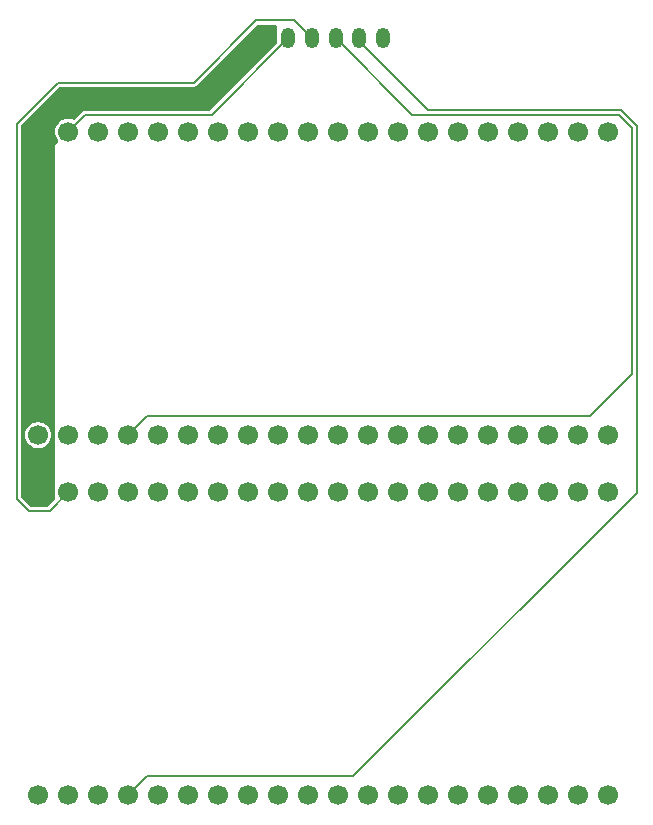
<source format=gbr>
%TF.GenerationSoftware,KiCad,Pcbnew,8.0.5*%
%TF.CreationDate,2025-04-28T01:26:05-04:00*%
%TF.ProjectId,CanSat_Camera_Board,43616e53-6174-45f4-9361-6d6572615f42,rev?*%
%TF.SameCoordinates,Original*%
%TF.FileFunction,Copper,L1,Top*%
%TF.FilePolarity,Positive*%
%FSLAX46Y46*%
G04 Gerber Fmt 4.6, Leading zero omitted, Abs format (unit mm)*
G04 Created by KiCad (PCBNEW 8.0.5) date 2025-04-28 01:26:05*
%MOMM*%
%LPD*%
G01*
G04 APERTURE LIST*
G04 Aperture macros list*
%AMRoundRect*
0 Rectangle with rounded corners*
0 $1 Rounding radius*
0 $2 $3 $4 $5 $6 $7 $8 $9 X,Y pos of 4 corners*
0 Add a 4 corners polygon primitive as box body*
4,1,4,$2,$3,$4,$5,$6,$7,$8,$9,$2,$3,0*
0 Add four circle primitives for the rounded corners*
1,1,$1+$1,$2,$3*
1,1,$1+$1,$4,$5*
1,1,$1+$1,$6,$7*
1,1,$1+$1,$8,$9*
0 Add four rect primitives between the rounded corners*
20,1,$1+$1,$2,$3,$4,$5,0*
20,1,$1+$1,$4,$5,$6,$7,0*
20,1,$1+$1,$6,$7,$8,$9,0*
20,1,$1+$1,$8,$9,$2,$3,0*%
G04 Aperture macros list end*
%TA.AperFunction,ComponentPad*%
%ADD10C,1.700000*%
%TD*%
%TA.AperFunction,ComponentPad*%
%ADD11RoundRect,0.250000X-0.350000X-0.625000X0.350000X-0.625000X0.350000X0.625000X-0.350000X0.625000X0*%
%TD*%
%TA.AperFunction,ComponentPad*%
%ADD12O,1.200000X1.750000*%
%TD*%
%TA.AperFunction,Conductor*%
%ADD13C,0.200000*%
%TD*%
G04 APERTURE END LIST*
D10*
%TO.P,Freenove_ESP32-S3-WROOM_CAM_Board_U2,J2-1,3V3*%
%TO.N,unconnected-(Freenove_ESP32-S3-WROOM_CAM_Board_U2-3V3-PadJ2-1)*%
X174100000Y-103400000D03*
%TO.P,Freenove_ESP32-S3-WROOM_CAM_Board_U2,J2-2,RST/EN*%
%TO.N,unconnected-(Freenove_ESP32-S3-WROOM_CAM_Board_U2-RST{slash}EN-PadJ2-2)*%
X171560000Y-103400000D03*
%TO.P,Freenove_ESP32-S3-WROOM_CAM_Board_U2,J2-3,GPIO4*%
%TO.N,unconnected-(Freenove_ESP32-S3-WROOM_CAM_Board_U2-GPIO4-PadJ2-3)*%
X169020000Y-103400000D03*
%TO.P,Freenove_ESP32-S3-WROOM_CAM_Board_U2,J2-4,GPIO5*%
%TO.N,unconnected-(Freenove_ESP32-S3-WROOM_CAM_Board_U2-GPIO5-PadJ2-4)*%
X166480000Y-103400000D03*
%TO.P,Freenove_ESP32-S3-WROOM_CAM_Board_U2,J2-5,GPIO6*%
%TO.N,unconnected-(Freenove_ESP32-S3-WROOM_CAM_Board_U2-GPIO6-PadJ2-5)*%
X163940000Y-103400000D03*
%TO.P,Freenove_ESP32-S3-WROOM_CAM_Board_U2,J2-6,GPIO7*%
%TO.N,unconnected-(Freenove_ESP32-S3-WROOM_CAM_Board_U2-GPIO7-PadJ2-6)*%
X161400000Y-103400000D03*
%TO.P,Freenove_ESP32-S3-WROOM_CAM_Board_U2,J2-7,GPIO15*%
%TO.N,unconnected-(Freenove_ESP32-S3-WROOM_CAM_Board_U2-GPIO15-PadJ2-7)*%
X158860000Y-103400000D03*
%TO.P,Freenove_ESP32-S3-WROOM_CAM_Board_U2,J2-8,GPIO16*%
%TO.N,unconnected-(Freenove_ESP32-S3-WROOM_CAM_Board_U2-GPIO16-PadJ2-8)*%
X156320000Y-103400000D03*
%TO.P,Freenove_ESP32-S3-WROOM_CAM_Board_U2,J2-9,GPIO17/TXD1*%
%TO.N,unconnected-(Freenove_ESP32-S3-WROOM_CAM_Board_U2-GPIO17{slash}TXD1-PadJ2-9)*%
X153780000Y-103400000D03*
%TO.P,Freenove_ESP32-S3-WROOM_CAM_Board_U2,J2-10,GPIO18/RXD1*%
%TO.N,unconnected-(Freenove_ESP32-S3-WROOM_CAM_Board_U2-GPIO18{slash}RXD1-PadJ2-10)*%
X151240000Y-103400000D03*
%TO.P,Freenove_ESP32-S3-WROOM_CAM_Board_U2,J2-11,GPIO8*%
%TO.N,unconnected-(Freenove_ESP32-S3-WROOM_CAM_Board_U2-GPIO8-PadJ2-11)*%
X148700000Y-103400000D03*
%TO.P,Freenove_ESP32-S3-WROOM_CAM_Board_U2,J2-12,GPIO3*%
%TO.N,unconnected-(Freenove_ESP32-S3-WROOM_CAM_Board_U2-GPIO3-PadJ2-12)*%
X146160000Y-103400000D03*
%TO.P,Freenove_ESP32-S3-WROOM_CAM_Board_U2,J2-13,GPIO46*%
%TO.N,unconnected-(Freenove_ESP32-S3-WROOM_CAM_Board_U2-GPIO46-PadJ2-13)*%
X143620000Y-103400000D03*
%TO.P,Freenove_ESP32-S3-WROOM_CAM_Board_U2,J2-14,GPIO9*%
%TO.N,unconnected-(Freenove_ESP32-S3-WROOM_CAM_Board_U2-GPIO9-PadJ2-14)*%
X141080000Y-103400000D03*
%TO.P,Freenove_ESP32-S3-WROOM_CAM_Board_U2,J2-15,GPIO10*%
%TO.N,unconnected-(Freenove_ESP32-S3-WROOM_CAM_Board_U2-GPIO10-PadJ2-15)*%
X138540000Y-103400000D03*
%TO.P,Freenove_ESP32-S3-WROOM_CAM_Board_U2,J2-16,GPIO11*%
%TO.N,unconnected-(Freenove_ESP32-S3-WROOM_CAM_Board_U2-GPIO11-PadJ2-16)*%
X136000000Y-103400000D03*
%TO.P,Freenove_ESP32-S3-WROOM_CAM_Board_U2,J2-17,GPIO12*%
%TO.N,unconnected-(Freenove_ESP32-S3-WROOM_CAM_Board_U2-GPIO12-PadJ2-17)*%
X133460000Y-103400000D03*
%TO.P,Freenove_ESP32-S3-WROOM_CAM_Board_U2,J2-18,GPIO13*%
%TO.N,unconnected-(Freenove_ESP32-S3-WROOM_CAM_Board_U2-GPIO13-PadJ2-18)*%
X130920000Y-103400000D03*
%TO.P,Freenove_ESP32-S3-WROOM_CAM_Board_U2,J2-19,GPIO14*%
%TO.N,SIGNAL2*%
X128380000Y-103400000D03*
%TO.P,Freenove_ESP32-S3-WROOM_CAM_Board_U2,J2-20,5V*%
%TO.N,VCC*%
X125840000Y-103400000D03*
%TO.P,Freenove_ESP32-S3-WROOM_CAM_Board_U2,J3-1,GPIO43/TXD0*%
%TO.N,unconnected-(Freenove_ESP32-S3-WROOM_CAM_Board_U2-GPIO43{slash}TXD0-PadJ3-1)*%
X174100000Y-129100000D03*
%TO.P,Freenove_ESP32-S3-WROOM_CAM_Board_U2,J3-2,GPIO44/RXD0*%
%TO.N,unconnected-(Freenove_ESP32-S3-WROOM_CAM_Board_U2-GPIO44{slash}RXD0-PadJ3-2)*%
X171560000Y-129100000D03*
%TO.P,Freenove_ESP32-S3-WROOM_CAM_Board_U2,J3-3,GPIO1*%
%TO.N,unconnected-(Freenove_ESP32-S3-WROOM_CAM_Board_U2-GPIO1-PadJ3-3)*%
X169020000Y-129100000D03*
%TO.P,Freenove_ESP32-S3-WROOM_CAM_Board_U2,J3-4,GPIO2*%
%TO.N,unconnected-(Freenove_ESP32-S3-WROOM_CAM_Board_U2-GPIO2-PadJ3-4)*%
X166480000Y-129100000D03*
%TO.P,Freenove_ESP32-S3-WROOM_CAM_Board_U2,J3-5,GPIO42*%
%TO.N,unconnected-(Freenove_ESP32-S3-WROOM_CAM_Board_U2-GPIO42-PadJ3-5)*%
X163940000Y-129100000D03*
%TO.P,Freenove_ESP32-S3-WROOM_CAM_Board_U2,J3-6,GPIO41*%
%TO.N,unconnected-(Freenove_ESP32-S3-WROOM_CAM_Board_U2-GPIO41-PadJ3-6)*%
X161400000Y-129100000D03*
%TO.P,Freenove_ESP32-S3-WROOM_CAM_Board_U2,J3-7,GPIO40*%
%TO.N,unconnected-(Freenove_ESP32-S3-WROOM_CAM_Board_U2-GPIO40-PadJ3-7)*%
X158860000Y-129100000D03*
%TO.P,Freenove_ESP32-S3-WROOM_CAM_Board_U2,J3-8,GPIO39*%
%TO.N,unconnected-(Freenove_ESP32-S3-WROOM_CAM_Board_U2-GPIO39-PadJ3-8)*%
X156320000Y-129100000D03*
%TO.P,Freenove_ESP32-S3-WROOM_CAM_Board_U2,J3-9,GPIO38*%
%TO.N,unconnected-(Freenove_ESP32-S3-WROOM_CAM_Board_U2-GPIO38-PadJ3-9)*%
X153780000Y-129100000D03*
%TO.P,Freenove_ESP32-S3-WROOM_CAM_Board_U2,J3-10,GPIO37*%
%TO.N,unconnected-(Freenove_ESP32-S3-WROOM_CAM_Board_U2-GPIO37-PadJ3-10)*%
X151240000Y-129100000D03*
%TO.P,Freenove_ESP32-S3-WROOM_CAM_Board_U2,J3-11,GPIO36*%
%TO.N,unconnected-(Freenove_ESP32-S3-WROOM_CAM_Board_U2-GPIO36-PadJ3-11)*%
X148700000Y-129100000D03*
%TO.P,Freenove_ESP32-S3-WROOM_CAM_Board_U2,J3-12,GPIO35*%
%TO.N,unconnected-(Freenove_ESP32-S3-WROOM_CAM_Board_U2-GPIO35-PadJ3-12)*%
X146160000Y-129100000D03*
%TO.P,Freenove_ESP32-S3-WROOM_CAM_Board_U2,J3-13,GPIO0*%
%TO.N,unconnected-(Freenove_ESP32-S3-WROOM_CAM_Board_U2-GPIO0-PadJ3-13)*%
X143620000Y-129100000D03*
%TO.P,Freenove_ESP32-S3-WROOM_CAM_Board_U2,J3-14,GPIO45*%
%TO.N,unconnected-(Freenove_ESP32-S3-WROOM_CAM_Board_U2-GPIO45-PadJ3-14)*%
X141080000Y-129100000D03*
%TO.P,Freenove_ESP32-S3-WROOM_CAM_Board_U2,J3-15,GPIO48*%
%TO.N,unconnected-(Freenove_ESP32-S3-WROOM_CAM_Board_U2-GPIO48-PadJ3-15)*%
X138540000Y-129100000D03*
%TO.P,Freenove_ESP32-S3-WROOM_CAM_Board_U2,J3-16,GPIO47*%
%TO.N,unconnected-(Freenove_ESP32-S3-WROOM_CAM_Board_U2-GPIO47-PadJ3-16)*%
X136000000Y-129100000D03*
%TO.P,Freenove_ESP32-S3-WROOM_CAM_Board_U2,J3-17,GPIO21*%
%TO.N,DATA2*%
X133460000Y-129100000D03*
%TO.P,Freenove_ESP32-S3-WROOM_CAM_Board_U2,J3-18,GPIO20*%
%TO.N,unconnected-(Freenove_ESP32-S3-WROOM_CAM_Board_U2-GPIO20-PadJ3-18)*%
X130920000Y-129100000D03*
%TO.P,Freenove_ESP32-S3-WROOM_CAM_Board_U2,J3-19,GPIO19*%
%TO.N,unconnected-(Freenove_ESP32-S3-WROOM_CAM_Board_U2-GPIO19-PadJ3-19)*%
X128380000Y-129100000D03*
%TO.P,Freenove_ESP32-S3-WROOM_CAM_Board_U2,J3-20,GND*%
%TO.N,GND*%
X125840000Y-129100000D03*
%TD*%
%TO.P,Freenove_ESP32-S3-WROOM_CAM_Board_U1,J2-1,3V3*%
%TO.N,unconnected-(Freenove_ESP32-S3-WROOM_CAM_Board_U1-3V3-PadJ2-1)*%
X174080000Y-72900000D03*
%TO.P,Freenove_ESP32-S3-WROOM_CAM_Board_U1,J2-2,RST/EN*%
%TO.N,unconnected-(Freenove_ESP32-S3-WROOM_CAM_Board_U1-RST{slash}EN-PadJ2-2)*%
X171540000Y-72900000D03*
%TO.P,Freenove_ESP32-S3-WROOM_CAM_Board_U1,J2-3,GPIO4*%
%TO.N,unconnected-(Freenove_ESP32-S3-WROOM_CAM_Board_U1-GPIO4-PadJ2-3)*%
X169000000Y-72900000D03*
%TO.P,Freenove_ESP32-S3-WROOM_CAM_Board_U1,J2-4,GPIO5*%
%TO.N,unconnected-(Freenove_ESP32-S3-WROOM_CAM_Board_U1-GPIO5-PadJ2-4)*%
X166460000Y-72900000D03*
%TO.P,Freenove_ESP32-S3-WROOM_CAM_Board_U1,J2-5,GPIO6*%
%TO.N,unconnected-(Freenove_ESP32-S3-WROOM_CAM_Board_U1-GPIO6-PadJ2-5)*%
X163920000Y-72900000D03*
%TO.P,Freenove_ESP32-S3-WROOM_CAM_Board_U1,J2-6,GPIO7*%
%TO.N,unconnected-(Freenove_ESP32-S3-WROOM_CAM_Board_U1-GPIO7-PadJ2-6)*%
X161380000Y-72900000D03*
%TO.P,Freenove_ESP32-S3-WROOM_CAM_Board_U1,J2-7,GPIO15*%
%TO.N,unconnected-(Freenove_ESP32-S3-WROOM_CAM_Board_U1-GPIO15-PadJ2-7)*%
X158840000Y-72900000D03*
%TO.P,Freenove_ESP32-S3-WROOM_CAM_Board_U1,J2-8,GPIO16*%
%TO.N,unconnected-(Freenove_ESP32-S3-WROOM_CAM_Board_U1-GPIO16-PadJ2-8)*%
X156300000Y-72900000D03*
%TO.P,Freenove_ESP32-S3-WROOM_CAM_Board_U1,J2-9,GPIO17/TXD1*%
%TO.N,unconnected-(Freenove_ESP32-S3-WROOM_CAM_Board_U1-GPIO17{slash}TXD1-PadJ2-9)*%
X153760000Y-72900000D03*
%TO.P,Freenove_ESP32-S3-WROOM_CAM_Board_U1,J2-10,GPIO18/RXD1*%
%TO.N,unconnected-(Freenove_ESP32-S3-WROOM_CAM_Board_U1-GPIO18{slash}RXD1-PadJ2-10)*%
X151220000Y-72900000D03*
%TO.P,Freenove_ESP32-S3-WROOM_CAM_Board_U1,J2-11,GPIO8*%
%TO.N,unconnected-(Freenove_ESP32-S3-WROOM_CAM_Board_U1-GPIO8-PadJ2-11)*%
X148680000Y-72900000D03*
%TO.P,Freenove_ESP32-S3-WROOM_CAM_Board_U1,J2-12,GPIO3*%
%TO.N,unconnected-(Freenove_ESP32-S3-WROOM_CAM_Board_U1-GPIO3-PadJ2-12)*%
X146140000Y-72900000D03*
%TO.P,Freenove_ESP32-S3-WROOM_CAM_Board_U1,J2-13,GPIO46*%
%TO.N,unconnected-(Freenove_ESP32-S3-WROOM_CAM_Board_U1-GPIO46-PadJ2-13)*%
X143600000Y-72900000D03*
%TO.P,Freenove_ESP32-S3-WROOM_CAM_Board_U1,J2-14,GPIO9*%
%TO.N,unconnected-(Freenove_ESP32-S3-WROOM_CAM_Board_U1-GPIO9-PadJ2-14)*%
X141060000Y-72900000D03*
%TO.P,Freenove_ESP32-S3-WROOM_CAM_Board_U1,J2-15,GPIO10*%
%TO.N,unconnected-(Freenove_ESP32-S3-WROOM_CAM_Board_U1-GPIO10-PadJ2-15)*%
X138520000Y-72900000D03*
%TO.P,Freenove_ESP32-S3-WROOM_CAM_Board_U1,J2-16,GPIO11*%
%TO.N,unconnected-(Freenove_ESP32-S3-WROOM_CAM_Board_U1-GPIO11-PadJ2-16)*%
X135980000Y-72900000D03*
%TO.P,Freenove_ESP32-S3-WROOM_CAM_Board_U1,J2-17,GPIO12*%
%TO.N,unconnected-(Freenove_ESP32-S3-WROOM_CAM_Board_U1-GPIO12-PadJ2-17)*%
X133440000Y-72900000D03*
%TO.P,Freenove_ESP32-S3-WROOM_CAM_Board_U1,J2-18,GPIO13*%
%TO.N,unconnected-(Freenove_ESP32-S3-WROOM_CAM_Board_U1-GPIO13-PadJ2-18)*%
X130900000Y-72900000D03*
%TO.P,Freenove_ESP32-S3-WROOM_CAM_Board_U1,J2-19,GPIO14*%
%TO.N,SIGNAL1*%
X128360000Y-72900000D03*
%TO.P,Freenove_ESP32-S3-WROOM_CAM_Board_U1,J2-20,5V*%
%TO.N,VCC*%
X125820000Y-72900000D03*
%TO.P,Freenove_ESP32-S3-WROOM_CAM_Board_U1,J3-1,GPIO43/TXD0*%
%TO.N,unconnected-(Freenove_ESP32-S3-WROOM_CAM_Board_U1-GPIO43{slash}TXD0-PadJ3-1)*%
X174080000Y-98600000D03*
%TO.P,Freenove_ESP32-S3-WROOM_CAM_Board_U1,J3-2,GPIO44/RXD0*%
%TO.N,unconnected-(Freenove_ESP32-S3-WROOM_CAM_Board_U1-GPIO44{slash}RXD0-PadJ3-2)*%
X171540000Y-98600000D03*
%TO.P,Freenove_ESP32-S3-WROOM_CAM_Board_U1,J3-3,GPIO1*%
%TO.N,unconnected-(Freenove_ESP32-S3-WROOM_CAM_Board_U1-GPIO1-PadJ3-3)*%
X169000000Y-98600000D03*
%TO.P,Freenove_ESP32-S3-WROOM_CAM_Board_U1,J3-4,GPIO2*%
%TO.N,unconnected-(Freenove_ESP32-S3-WROOM_CAM_Board_U1-GPIO2-PadJ3-4)*%
X166460000Y-98600000D03*
%TO.P,Freenove_ESP32-S3-WROOM_CAM_Board_U1,J3-5,GPIO42*%
%TO.N,unconnected-(Freenove_ESP32-S3-WROOM_CAM_Board_U1-GPIO42-PadJ3-5)*%
X163920000Y-98600000D03*
%TO.P,Freenove_ESP32-S3-WROOM_CAM_Board_U1,J3-6,GPIO41*%
%TO.N,unconnected-(Freenove_ESP32-S3-WROOM_CAM_Board_U1-GPIO41-PadJ3-6)*%
X161380000Y-98600000D03*
%TO.P,Freenove_ESP32-S3-WROOM_CAM_Board_U1,J3-7,GPIO40*%
%TO.N,unconnected-(Freenove_ESP32-S3-WROOM_CAM_Board_U1-GPIO40-PadJ3-7)*%
X158840000Y-98600000D03*
%TO.P,Freenove_ESP32-S3-WROOM_CAM_Board_U1,J3-8,GPIO39*%
%TO.N,unconnected-(Freenove_ESP32-S3-WROOM_CAM_Board_U1-GPIO39-PadJ3-8)*%
X156300000Y-98600000D03*
%TO.P,Freenove_ESP32-S3-WROOM_CAM_Board_U1,J3-9,GPIO38*%
%TO.N,unconnected-(Freenove_ESP32-S3-WROOM_CAM_Board_U1-GPIO38-PadJ3-9)*%
X153760000Y-98600000D03*
%TO.P,Freenove_ESP32-S3-WROOM_CAM_Board_U1,J3-10,GPIO37*%
%TO.N,unconnected-(Freenove_ESP32-S3-WROOM_CAM_Board_U1-GPIO37-PadJ3-10)*%
X151220000Y-98600000D03*
%TO.P,Freenove_ESP32-S3-WROOM_CAM_Board_U1,J3-11,GPIO36*%
%TO.N,unconnected-(Freenove_ESP32-S3-WROOM_CAM_Board_U1-GPIO36-PadJ3-11)*%
X148680000Y-98600000D03*
%TO.P,Freenove_ESP32-S3-WROOM_CAM_Board_U1,J3-12,GPIO35*%
%TO.N,unconnected-(Freenove_ESP32-S3-WROOM_CAM_Board_U1-GPIO35-PadJ3-12)*%
X146140000Y-98600000D03*
%TO.P,Freenove_ESP32-S3-WROOM_CAM_Board_U1,J3-13,GPIO0*%
%TO.N,unconnected-(Freenove_ESP32-S3-WROOM_CAM_Board_U1-GPIO0-PadJ3-13)*%
X143600000Y-98600000D03*
%TO.P,Freenove_ESP32-S3-WROOM_CAM_Board_U1,J3-14,GPIO45*%
%TO.N,unconnected-(Freenove_ESP32-S3-WROOM_CAM_Board_U1-GPIO45-PadJ3-14)*%
X141060000Y-98600000D03*
%TO.P,Freenove_ESP32-S3-WROOM_CAM_Board_U1,J3-15,GPIO48*%
%TO.N,unconnected-(Freenove_ESP32-S3-WROOM_CAM_Board_U1-GPIO48-PadJ3-15)*%
X138520000Y-98600000D03*
%TO.P,Freenove_ESP32-S3-WROOM_CAM_Board_U1,J3-16,GPIO47*%
%TO.N,unconnected-(Freenove_ESP32-S3-WROOM_CAM_Board_U1-GPIO47-PadJ3-16)*%
X135980000Y-98600000D03*
%TO.P,Freenove_ESP32-S3-WROOM_CAM_Board_U1,J3-17,GPIO21*%
%TO.N,DATA1*%
X133440000Y-98600000D03*
%TO.P,Freenove_ESP32-S3-WROOM_CAM_Board_U1,J3-18,GPIO20*%
%TO.N,unconnected-(Freenove_ESP32-S3-WROOM_CAM_Board_U1-GPIO20-PadJ3-18)*%
X130900000Y-98600000D03*
%TO.P,Freenove_ESP32-S3-WROOM_CAM_Board_U1,J3-19,GPIO19*%
%TO.N,unconnected-(Freenove_ESP32-S3-WROOM_CAM_Board_U1-GPIO19-PadJ3-19)*%
X128360000Y-98600000D03*
%TO.P,Freenove_ESP32-S3-WROOM_CAM_Board_U1,J3-20,GND*%
%TO.N,GND*%
X125820000Y-98600000D03*
%TD*%
D11*
%TO.P,J1,1,Pin_1*%
%TO.N,VCC*%
X145000000Y-65000000D03*
D12*
%TO.P,J1,2,Pin_2*%
%TO.N,SIGNAL1*%
X147000000Y-65000000D03*
%TO.P,J1,3,Pin_3*%
%TO.N,SIGNAL2*%
X149000000Y-65000000D03*
%TO.P,J1,4,Pin_4*%
%TO.N,DATA1*%
X151000000Y-65000000D03*
%TO.P,J1,5,Pin_5*%
%TO.N,DATA2*%
X153000000Y-65000000D03*
%TO.P,J1,6,Pin_6*%
%TO.N,GND*%
X155000000Y-65000000D03*
%TD*%
D13*
%TO.N,VCC*%
X125840000Y-102905686D02*
X125840000Y-103500000D01*
%TO.N,SIGNAL1*%
X129760000Y-71500000D02*
X128360000Y-72900000D01*
X147000000Y-65000000D02*
X140500000Y-71500000D01*
X140500000Y-71500000D02*
X129760000Y-71500000D01*
%TO.N,DATA1*%
X175000000Y-71500000D02*
X176100000Y-72600000D01*
X135040000Y-97000000D02*
X133440000Y-98600000D01*
X151000000Y-65000000D02*
X157500000Y-71500000D01*
X157500000Y-71500000D02*
X175000000Y-71500000D01*
X172500000Y-97000000D02*
X135040000Y-97000000D01*
X176100000Y-72600000D02*
X176100000Y-93400000D01*
X176100000Y-93400000D02*
X172500000Y-97000000D01*
%TO.N,DATA2*%
X158825000Y-71100000D02*
X175165686Y-71100000D01*
X152500000Y-127500000D02*
X135060000Y-127500000D01*
X176500000Y-103500000D02*
X152500000Y-127500000D01*
X153000000Y-65000000D02*
X153000000Y-65275000D01*
X175165686Y-71100000D02*
X176500000Y-72434314D01*
X153000000Y-65275000D02*
X158825000Y-71100000D01*
X176500000Y-72434314D02*
X176500000Y-103500000D01*
X135060000Y-127500000D02*
X133460000Y-129100000D01*
%TO.N,SIGNAL2*%
X124000000Y-72250000D02*
X124000000Y-104000000D01*
X125000000Y-105000000D02*
X126780000Y-105000000D01*
X144250000Y-63500000D02*
X139000000Y-68750000D01*
X127500000Y-68750000D02*
X124000000Y-72250000D01*
X149000000Y-65000000D02*
X147500000Y-63500000D01*
X126780000Y-105000000D02*
X128380000Y-103400000D01*
X124000000Y-104000000D02*
X125000000Y-105000000D01*
X139000000Y-68750000D02*
X127500000Y-68750000D01*
X147500000Y-63500000D02*
X144250000Y-63500000D01*
%TD*%
%TA.AperFunction,Conductor*%
%TO.N,VCC*%
G36*
X145943039Y-63870185D02*
G01*
X145988794Y-63922989D01*
X146000000Y-63974500D01*
X146000000Y-65452956D01*
X145980315Y-65519995D01*
X145963681Y-65540637D01*
X140391137Y-71113181D01*
X140329814Y-71146666D01*
X140303456Y-71149500D01*
X129713856Y-71149500D01*
X129624712Y-71173386D01*
X129624709Y-71173387D01*
X129544791Y-71219527D01*
X129544786Y-71219531D01*
X128910511Y-71853805D01*
X128849188Y-71887290D01*
X128779496Y-71882306D01*
X128778037Y-71881751D01*
X128662461Y-71836977D01*
X128662456Y-71836976D01*
X128461976Y-71799500D01*
X128258024Y-71799500D01*
X128057544Y-71836976D01*
X128057541Y-71836976D01*
X128057541Y-71836977D01*
X127867364Y-71910651D01*
X127867357Y-71910655D01*
X127693960Y-72018017D01*
X127693958Y-72018019D01*
X127543237Y-72155418D01*
X127420327Y-72318178D01*
X127329422Y-72500739D01*
X127329417Y-72500752D01*
X127273602Y-72696917D01*
X127254785Y-72899999D01*
X127254785Y-72900000D01*
X127273602Y-73103082D01*
X127329417Y-73299247D01*
X127329422Y-73299260D01*
X127420327Y-73481821D01*
X127504964Y-73593899D01*
X127529656Y-73659261D01*
X127515091Y-73727595D01*
X127493692Y-73756307D01*
X127250000Y-74000000D01*
X127250000Y-103982955D01*
X127230315Y-104049994D01*
X127213681Y-104070636D01*
X126671137Y-104613181D01*
X126609814Y-104646666D01*
X126583456Y-104649500D01*
X125196544Y-104649500D01*
X125129505Y-104629815D01*
X125108863Y-104613181D01*
X124386819Y-103891137D01*
X124353334Y-103829814D01*
X124350500Y-103803456D01*
X124350500Y-98599999D01*
X124714785Y-98599999D01*
X124714785Y-98600000D01*
X124733602Y-98803082D01*
X124789417Y-98999247D01*
X124789422Y-98999260D01*
X124880327Y-99181821D01*
X125003237Y-99344581D01*
X125153958Y-99481980D01*
X125153960Y-99481982D01*
X125253141Y-99543392D01*
X125327363Y-99589348D01*
X125517544Y-99663024D01*
X125718024Y-99700500D01*
X125718026Y-99700500D01*
X125921974Y-99700500D01*
X125921976Y-99700500D01*
X126122456Y-99663024D01*
X126312637Y-99589348D01*
X126486041Y-99481981D01*
X126636764Y-99344579D01*
X126759673Y-99181821D01*
X126850582Y-98999250D01*
X126906397Y-98803083D01*
X126925215Y-98600000D01*
X126906397Y-98396917D01*
X126850582Y-98200750D01*
X126759673Y-98018179D01*
X126636764Y-97855421D01*
X126636762Y-97855418D01*
X126486041Y-97718019D01*
X126486039Y-97718017D01*
X126312642Y-97610655D01*
X126312635Y-97610651D01*
X126217546Y-97573814D01*
X126122456Y-97536976D01*
X125921976Y-97499500D01*
X125718024Y-97499500D01*
X125517544Y-97536976D01*
X125517541Y-97536976D01*
X125517541Y-97536977D01*
X125327364Y-97610651D01*
X125327357Y-97610655D01*
X125153960Y-97718017D01*
X125153958Y-97718019D01*
X125003237Y-97855418D01*
X124880327Y-98018178D01*
X124789422Y-98200739D01*
X124789417Y-98200752D01*
X124733602Y-98396917D01*
X124714785Y-98599999D01*
X124350500Y-98599999D01*
X124350500Y-72446544D01*
X124370185Y-72379505D01*
X124386819Y-72358863D01*
X127608863Y-69136819D01*
X127670186Y-69103334D01*
X127696544Y-69100500D01*
X139046142Y-69100500D01*
X139046144Y-69100500D01*
X139135288Y-69076614D01*
X139215212Y-69030470D01*
X144358863Y-63886819D01*
X144420186Y-63853334D01*
X144446544Y-63850500D01*
X145876000Y-63850500D01*
X145943039Y-63870185D01*
G37*
%TD.AperFunction*%
%TD*%
M02*

</source>
